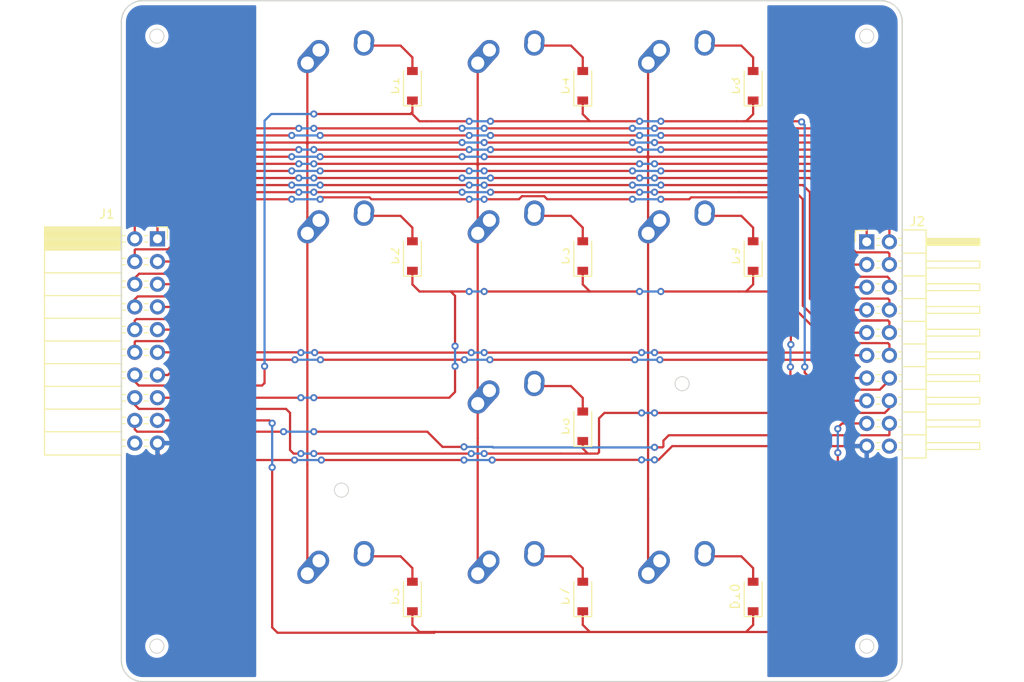
<source format=kicad_pcb>
(kicad_pcb (version 20211014) (generator pcbnew)
  (layers (0 "F.Cu" signal) (31 "B.Cu" signal) (34 "B.Paste" user) (35 "F.Paste" user) (36 "B.SilkS" user "B.Silkscreen") (37 "F.SilkS" user "F.Silkscreen") (38 "B.Mask" user) (39 "F.Mask" user) (44 "Edge.Cuts" user))
  (net 0 "")
  (net 1 "ROW5")
  (net 2 "Net-(D1-Pad2)")
  (net 3 "ROW6")
  (net 4 "Net-(D2-Pad2)")
  (net 5 "ROW7")
  (net 6 "Net-(D3-Pad2)")
  (net 7 "Net-(D4-Pad2)")
  (net 8 "Net-(D5-Pad2)")
  (net 9 "Net-(D6-Pad2)")
  (net 10 "ROW8")
  (net 11 "Net-(D7-Pad2)")
  (net 12 "Net-(D8-Pad2)")
  (net 13 "Net-(D9-Pad2)")
  (net 14 "Net-(D10-Pad2)")
  (net 15 "+5V")
  (net 16 "VCC")
  (net 17 "COL0")
  (net 18 "COL1")
  (net 19 "COL2")
  (net 20 "COL3")
  (net 21 "COL4")
  (net 22 "COL5")
  (net 23 "COL6")
  (net 24 "COL7")
  (net 25 "COL8")
  (net 26 "COL9")
  (net 27 "COL10")
  (net 28 "ROW9")
  (net 29 "GND")
  (footprint "Diode_SMD:D_SOD-123" (layer "F.Cu") (at 161.13125 89.69375 90)
    (fp_text reference "D2")
    (fp_text value "D_Small")
  )
  (footprint "Diode_SMD:D_SOD-123" (layer "F.Cu") (at 161.13125 70.64375 90)
    (fp_text reference "D1")
    (fp_text value "D_Small")
  )
  (footprint "Diode_SMD:D_SOD-123" (layer "F.Cu") (at 161.13125 127.79375 90)
    (fp_text reference "D3")
    (fp_text value "D_Small")
  )
  (footprint "MX_Alps_Hybrid:MX-1U-NoLED" (layer "F.Cu") (at 191.29375 127.79375)
    (fp_text reference "MX_Right1")
    (fp_text value "MX-NoLED")
  )
  (footprint "Diode_SMD:D_SOD-123" (layer "F.Cu") (at 180.18125 70.64375 90)
    (fp_text reference "D4")
    (fp_text value "D_Small")
  )
  (footprint "MX_Alps_Hybrid:MX-1U-NoLED" (layer "F.Cu") (at 153.19375 70.64375)
    (fp_text reference "MX_Insr1")
    (fp_text value "MX-NoLED")
  )
  (footprint "MX_Alps_Hybrid:MX-1U-NoLED" (layer "F.Cu") (at 191.29375 70.64375)
    (fp_text reference "MX_Pg_Up1")
    (fp_text value "MX-NoLED")
  )
  (footprint "Diode_SMD:D_SOD-123" (layer "F.Cu") (at 199.23125 127.79375 90)
    (fp_text reference "D10")
    (fp_text value "D_Small")
  )
  (footprint "Diode_SMD:D_SOD-123" (layer "F.Cu") (at 180.18125 89.69375 90)
    (fp_text reference "D5")
    (fp_text value "D_Small")
  )
  (footprint "Connector_PinHeader_2.54mm:PinHeader_2x10_P2.54mm_Horizontal" (layer "F.Cu") (at 211.93125 88.10625)
    (fp_text reference "J2")
    (fp_text value "Conn_02x10_Counter_Clockwise")
  )
  (footprint "MX_Alps_Hybrid:MX-1U-NoLED" (layer "F.Cu") (at 172.24375 70.64375)
    (fp_text reference "MX_Home1")
    (fp_text value "MX-NoLED")
  )
  (footprint "Connector_PinSocket_2.54mm:PinSocket_2x10_P2.54mm_Horizontal" (layer "F.Cu") (at 132.625 87.76875)
    (fp_text reference "J1")
    (fp_text value "Conn_02x10_Counter_Clockwise")
  )
  (footprint "MX_Alps_Hybrid:MX-1U-NoLED" (layer "F.Cu") (at 153.19375 127.79375)
    (fp_text reference "MX_Left1")
    (fp_text value "MX-NoLED")
  )
  (footprint "MX_Alps_Hybrid:MX-1U-NoLED" (layer "F.Cu") (at 153.19375 89.69375)
    (fp_text reference "MX_Dlt1")
    (fp_text value "MX-NoLED")
  )
  (footprint "Diode_SMD:D_SOD-123" (layer "F.Cu") (at 180.18125 108.74375 90)
    (fp_text reference "D6")
    (fp_text value "D_Small")
  )
  (footprint "MX_Alps_Hybrid:MX-1U-NoLED" (layer "F.Cu") (at 172.24375 89.69375)
    (fp_text reference "MX_End1")
    (fp_text value "MX-NoLED")
  )
  (footprint "MX_Alps_Hybrid:MX-1U-NoLED" (layer "F.Cu") (at 191.29375 89.69375)
    (fp_text reference "MX_Pg_Dwn1")
    (fp_text value "MX-NoLED")
  )
  (footprint "MX_Alps_Hybrid:MX-1U-NoLED" (layer "F.Cu") (at 172.24375 108.74375)
    (fp_text reference "MX_Up1")
    (fp_text value "MX-NoLED")
  )
  (footprint "Diode_SMD:D_SOD-123" (layer "F.Cu") (at 180.18125 127.79375 90)
    (fp_text reference "D7")
    (fp_text value "D_Small")
  )
  (footprint "Diode_SMD:D_SOD-123" (layer "F.Cu") (at 199.23125 89.69375 90)
    (fp_text reference "D9")
    (fp_text value "D_Small")
  )
  (footprint "Diode_SMD:D_SOD-123" (layer "F.Cu") (at 199.23125 70.64375 90)
    (fp_text reference "D8")
    (fp_text value "D_Small")
  )
  (footprint "MX_Alps_Hybrid:MX-1U-NoLED" (layer "F.Cu") (at 172.24375 127.79375)
    (fp_text reference "MX_Down1")
    (fp_text value "MX-NoLED")
  )
  (gr_arc (start 215.9 134.9375) (mid 215.202548 136.621298) (end 213.51875 137.31875) (layer "Edge.Cuts") (width 0.15))
  (gr_arc (start 128.5875 63.5) (mid 129.284952 61.816202) (end 130.96875 61.11875) (layer "Edge.Cuts") (width 0.15))
  (gr_line (start 215.9 63.5) (end 215.9 134.9375) (layer "Edge.Cuts") (width 0.15))
  (gr_circle (center 132.55625 133.35) (end 132.55625 132.55625) (layer "Edge.Cuts") (width 0.1) (fill none))
  (gr_circle (center 191.29375 103.98125) (end 191.29375 103.1875) (layer "Edge.Cuts") (width 0.1) (fill none))
  (gr_circle (center 211.93125 133.35) (end 212.725 133.35) (layer "Edge.Cuts") (width 0.1) (fill none))
  (gr_line (start 128.5875 63.5) (end 128.5875 134.9375) (layer "Edge.Cuts") (width 0.15))
  (gr_line (start 213.51875 61.11875) (end 130.96875 61.11875) (layer "Edge.Cuts") (width 0.15))
  (gr_arc (start 130.96875 137.31875) (mid 129.284952 136.621298) (end 128.5875 134.9375) (layer "Edge.Cuts") (width 0.15))
  (gr_circle (center 153.19375 115.8875) (end 153.19375 115.09375) (layer "Edge.Cuts") (width 0.1) (fill none))
  (gr_circle (center 132.55625 65.0875) (end 132.55625 64.29375) (layer "Edge.Cuts") (width 0.1) (fill none))
  (gr_line (start 130.96875 137.31875) (end 213.51875 137.31875) (layer "Edge.Cuts") (width 0.15))
  (gr_circle (center 211.93125 65.0875) (end 211.93125 64.29375) (layer "Edge.Cuts") (width 0.1) (fill none))
  (gr_arc (start 213.51875 61.11875) (mid 215.202548 61.816202) (end 215.9 63.5) (layer "Edge.Cuts") (width 0.15))
  (segment (start 180.18125 73.81875) (end 180.18125 72.29375) (width 0.25) (layer "F.Cu") (net 1))
  (segment (start 204.65 74.68175) (end 204.58075 74.6125) (width 0.25) (layer "F.Cu") (net 1))
  (segment (start 144.31625 104.18375) (end 144.55 103.95) (width 0.25) (layer "F.Cu") (net 1))
  (segment (start 150.10825 73.8) (end 160.9 73.8) (width 0.25) (layer "F.Cu") (net 1))
  (segment (start 130.085 103.735) (end 130.45 104.1) (width 0.25) (layer "F.Cu") (net 1))
  (segment (start 197.4215 74.6125) (end 188.9125 74.6125) (width 0.25) (layer "F.Cu") (net 1))
  (segment (start 180.975 74.6125) (end 169.8625 74.6125) (width 0.25) (layer "F.Cu") (net 1))
  (segment (start 198.2125 74.6125) (end 197.4215 74.6125) (width 0.25) (layer "F.Cu") (net 1))
  (segment (start 205 102.25) (end 205 102.1) (width 0.25) (layer "F.Cu") (net 1))
  (segment (start 204.58075 74.6125) (end 198.2125 74.6125) (width 0.25) (layer "F.Cu") (net 1))
  (segment (start 205 102.75) (end 205 102.25) (width 0.25) (layer "F.Cu") (net 1))
  (segment (start 160.9 73.8) (end 161.13125 73.56875) (width 0.25) (layer "F.Cu") (net 1))
  (segment (start 130.45 104.1) (end 130.53375 104.18375) (width 0.25) (layer "F.Cu") (net 1))
  (segment (start 180.975 74.6125) (end 180.18125 73.81875) (width 0.25) (layer "F.Cu") (net 1))
  (segment (start 186.53125 74.6125) (end 180.975 74.6125) (width 0.25) (layer "F.Cu") (net 1))
  (segment (start 213.75 104.3) (end 213.4 104.65) (width 0.25) (layer "F.Cu") (net 1))
  (segment (start 206.9 104.65) (end 206.8 104.55) (width 0.25) (layer "F.Cu") (net 1))
  (segment (start 130.53375 104.18375) (end 144.31625 104.18375) (width 0.25) (layer "F.Cu") (net 1))
  (segment (start 161.925 74.6125) (end 161.13125 73.81875) (width 0.25) (layer "F.Cu") (net 1))
  (segment (start 162.71875 74.6125) (end 161.925 74.6125) (width 0.25) (layer "F.Cu") (net 1))
  (segment (start 198.4375 74.6125) (end 198.2125 74.6125) (width 0.25) (layer "F.Cu") (net 1))
  (segment (start 206.8 104.55) (end 205 102.75) (width 0.25) (layer "F.Cu") (net 1))
  (segment (start 130.085 103.00875) (end 130.085 103.735) (width 0.25) (layer "F.Cu") (net 1))
  (segment (start 214.47125 103.57875) (end 213.75 104.3) (width 0.25) (layer "F.Cu") (net 1))
  (segment (start 161.13125 73.81875) (end 161.13125 73.56875) (width 0.25) (layer "F.Cu") (net 1))
  (segment (start 211.15 104.65) (end 206.9 104.65) (width 0.25) (layer "F.Cu") (net 1))
  (segment (start 167.48125 74.6125) (end 162.71875 74.6125) (width 0.25) (layer "F.Cu") (net 1))
  (segment (start 213.4 104.65) (end 211.15 104.65) (width 0.25) (layer "F.Cu") (net 1))
  (segment (start 144.6 103.9) (end 144.6 102.0245) (width 0.25) (layer "F.Cu") (net 1))
  (segment (start 214.47125 103.34625) (end 214.47125 103.57875) (width 0.25) (layer "F.Cu") (net 1))
  (segment (start 199.23125 73.81875) (end 198.4375 74.6125) (width 0.25) (layer "F.Cu") (net 1))
  (segment (start 161.13125 73.56875) (end 161.13125 72.29375) (width 0.25) (layer "F.Cu") (net 1))
  (segment (start 144.55 103.95) (end 144.6 103.9) (width 0.25) (layer "F.Cu") (net 1))
  (segment (start 199.23125 72.29375) (end 199.23125 73.81875) (width 0.25) (layer "F.Cu") (net 1))
  (via (at 186.53125 74.6125) (size 0.8) (drill 0.4) (layers "F.Cu" "B.Cu") (net 1))
  (via (at 204.65 74.68175) (size 0.8) (drill 0.4) (layers "F.Cu" "B.Cu") (net 1))
  (via (at 205 102.1) (size 0.8) (drill 0.4) (layers "F.Cu" "B.Cu") (net 1))
  (via (at 167.48125 74.6125) (size 0.8) (drill 0.4) (layers "F.Cu" "B.Cu") (net 1))
  (via (at 169.8625 74.6125) (size 0.8) (drill 0.4) (layers "F.Cu" "B.Cu") (net 1))
  (via (at 144.6 102.0245) (size 0.8) (drill 0.4) (layers "F.Cu" "B.Cu") (net 1))
  (via (at 188.9125 74.6125) (size 0.8) (drill 0.4) (layers "F.Cu" "B.Cu") (net 1))
  (via (at 150.10825 73.8) (size 0.8) (drill 0.4) (layers "F.Cu" "B.Cu") (net 1))
  (segment (start 144.6 74.55) (end 145.35 73.8) (width 0.25) (layer "B.Cu") (net 1))
  (segment (start 205 75.03175) (end 204.65 74.68175) (width 0.25) (layer "B.Cu") (net 1))
  (segment (start 144.6 102.0245) (end 144.6 74.55) (width 0.25) (layer "B.Cu") (net 1))
  (segment (start 205 102.1) (end 205 75.03175) (width 0.25) (layer "B.Cu") (net 1))
  (segment (start 188.9125 74.6125) (end 186.53125 74.6125) (width 0.25) (layer "B.Cu") (net 1))
  (segment (start 145.35 73.8) (end 150.10825 73.8) (width 0.25) (layer "B.Cu") (net 1))
  (segment (start 169.8625 74.6125) (end 167.48125 74.6125) (width 0.25) (layer "B.Cu") (net 1))
  (segment (start 159.80625 66.14375) (end 155.69375 66.14375) (width 0.25) (layer "F.Cu") (net 2))
  (segment (start 161.13125 67.46875) (end 159.80625 66.14375) (width 0.25) (layer "F.Cu") (net 2))
  (segment (start 161.13125 68.99375) (end 161.13125 67.46875) (width 0.25) (layer "F.Cu") (net 2))
  (segment (start 161.13125 92.86875) (end 161.13125 91.34375) (width 0.25) (layer "F.Cu") (net 3))
  (segment (start 132.625 105.54875) (end 148.658 105.54875) (width 0.25) (layer "F.Cu") (net 3))
  (segment (start 165.4125 93.6625) (end 162.3695 93.6625) (width 0.25) (layer "F.Cu") (net 3))
  (segment (start 199.23125 91.34375) (end 199.23125 92.86875) (width 0.25) (layer "F.Cu") (net 3))
  (segment (start 203.45 94.15) (end 202.9625 93.6625) (width 0.25) (layer "F.Cu") (net 3))
  (segment (start 167.48125 93.6625) (end 165.4125 93.6625) (width 0.25) (layer "F.Cu") (net 3))
  (segment (start 161.925 93.6625) (end 161.13125 92.86875) (width 0.25) (layer "F.Cu") (net 3))
  (segment (start 165.9 94.15) (end 165.4125 93.6625) (width 0.25) (layer "F.Cu") (net 3))
  (segment (start 165.9 99.7755) (end 165.9 94.15) (width 0.25) (layer "F.Cu") (net 3))
  (segment (start 180.975 93.6625) (end 169.15825 93.6625) (width 0.25) (layer "F.Cu") (net 3))
  (segment (start 197.64375 93.6625) (end 188.9125 93.6625) (width 0.25) (layer "F.Cu") (net 3))
  (segment (start 203.45 99.6) (end 203.45 94.15) (width 0.25) (layer "F.Cu") (net 3))
  (segment (start 165.9 104.9) (end 165.9 102.0245) (width 0.25) (layer "F.Cu") (net 3))
  (segment (start 165.25 105.55) (end 165.7 105.1) (width 0.25) (layer "F.Cu") (net 3))
  (segment (start 150.10825 105.55) (end 165.25 105.55) (width 0.25) (layer "F.Cu") (net 3))
  (segment (start 198.4375 93.6625) (end 197.64375 93.6625) (width 0.25) (layer "F.Cu") (net 3))
  (segment (start 165.7 105.1) (end 165.9 104.9) (width 0.25) (layer "F.Cu") (net 3))
  (segment (start 199.23125 92.86875) (end 198.4375 93.6625) (width 0.25) (layer "F.Cu") (net 3))
  (segment (start 148.658 105.54875) (end 148.65925 105.55) (width 0.25) (layer "F.Cu") (net 3))
  (segment (start 186.53125 93.6625) (end 180.975 93.6625) (width 0.25) (layer "F.Cu") (net 3))
  (segment (start 180.18125 92.86875) (end 180.18125 91.34375) (width 0.25) (layer "F.Cu") (net 3))
  (segment (start 205.45 105.3) (end 203.4 103.25) (width 0.25) (layer "F.Cu") (net 3))
  (segment (start 203.4 103.25) (end 203.4 102.1) (width 0.25) (layer "F.Cu") (net 3))
  (segment (start 198.4375 93.6625) (end 202.9625 93.6625) (width 0.25) (layer "F.Cu") (net 3))
  (segment (start 206.03625 105.88625) (end 205.45 105.3) (width 0.25) (layer "F.Cu") (net 3))
  (segment (start 211.93125 105.88625) (end 206.03625 105.88625) (width 0.25) (layer "F.Cu") (net 3))
  (segment (start 180.975 93.6625) (end 180.18125 92.86875) (width 0.25) (layer "F.Cu") (net 3))
  (segment (start 162.3695 93.6625) (end 161.925 93.6625) (width 0.25) (layer "F.Cu") (net 3))
  (via (at 167.48125 93.6625) (size 0.8) (drill 0.4) (layers "F.Cu" "B.Cu") (net 3))
  (via (at 169.15825 93.6625) (size 0.8) (drill 0.4) (layers "F.Cu" "B.Cu") (net 3))
  (via (at 203.45 99.6) (size 0.8) (drill 0.4) (layers "F.Cu" "B.Cu") (net 3))
  (via (at 150.10825 105.55) (size 0.8) (drill 0.4) (layers "F.Cu" "B.Cu") (net 3))
  (via (at 148.65925 105.55) (size 0.8) (drill 0.4) (layers "F.Cu" "B.Cu") (net 3))
  (via (at 165.9 102.0245) (size 0.8) (drill 0.4) (layers "F.Cu" "B.Cu") (net 3))
  (via (at 203.4 102.1) (size 0.8) (drill 0.4) (layers "F.Cu" "B.Cu") (net 3))
  (via (at 188.9125 93.6625) (size 0.8) (drill 0.4) (layers "F.Cu" "B.Cu") (net 3))
  (via (at 186.53125 93.6625) (size 0.8) (drill 0.4) (layers "F.Cu" "B.Cu") (net 3))
  (via (at 165.9 99.7755) (size 0.8) (drill 0.4) (layers "F.Cu" "B.Cu") (net 3))
  (segment (start 169.15825 93.6625) (end 167.48125 93.6625) (width 0.25) (layer "B.Cu") (net 3))
  (segment (start 203.4 102.1) (end 203.4 99.65) (width 0.25) (layer "B.Cu") (net 3))
  (segment (start 148.65925 105.55) (end 150.10825 105.55) (width 0.25) (layer "B.Cu") (net 3))
  (segment (start 203.4 99.65) (end 203.45 99.6) (width 0.25) (layer "B.Cu") (net 3))
  (segment (start 165.9 102.0245) (end 165.9 99.7755) (width 0.25) (layer "B.Cu") (net 3))
  (segment (start 188.9125 93.6625) (end 186.53125 93.6625) (width 0.25) (layer "B.Cu") (net 3))
  (segment (start 161.13125 88.04375) (end 161.13125 86.51875) (width 0.25) (layer "F.Cu") (net 4))
  (segment (start 161.13125 86.51875) (end 159.80625 85.19375) (width 0.25) (layer "F.Cu") (net 4))
  (segment (start 159.80625 85.19375) (end 155.69375 85.19375) (width 0.25) (layer "F.Cu") (net 4))
  (segment (start 182.45 107.4) (end 182 107.85) (width 0.25) (layer "F.Cu") (net 5))
  (segment (start 167.70925 111.8) (end 150.10825 111.8) (width 0.25) (layer "F.Cu") (net 5))
  (segment (start 181.85 111.8) (end 180.75 111.8) (width 0.25) (layer "F.Cu") (net 5))
  (segment (start 147.45 111.4) (end 147.45 107.25) (width 0.25) (layer "F.Cu") (net 5))
  (segment (start 130.085 105.54875) (end 130.085 106.335) (width 0.25) (layer "F.Cu") (net 5))
  (segment (start 177.7 111.8) (end 169.15825 111.8) (width 0.25) (layer "F.Cu") (net 5))
  (segment (start 182 110.75) (end 182 111.65) (width 0.25) (layer "F.Cu") (net 5))
  (segment (start 182.6 107.25) (end 182.45 107.4) (width 0.25) (layer "F.Cu") (net 5))
  (segment (start 180.4 111.8) (end 177.7 111.8) (width 0.25) (layer "F.Cu") (net 5))
  (segment (start 130.085 106.335) (end 130.55 106.8) (width 0.25) (layer "F.Cu") (net 5))
  (segment (start 180.18125 111.23125) (end 180.75 111.8) (width 0.25) (layer "F.Cu") (net 5))
  (segment (start 213.95 107.25) (end 188.20825 107.25) (width 0.25) (layer "F.Cu") (net 5))
  (segment (start 214.47125 105.88625) (end 214.47125 106.72875) (width 0.25) (layer "F.Cu") (net 5))
  (segment (start 147 106.8) (end 147.45 107.25) (width 0.25) (layer "F.Cu") (net 5))
  (segment (start 214.47125 106.72875) (end 214.2 107) (width 0.25) (layer "F.Cu") (net 5))
  (segment (start 214.2 107) (end 213.95 107.25) (width 0.25) (layer "F.Cu") (net 5))
  (segment (start 182 111.65) (end 181.85 111.8) (width 0.25) (layer "F.Cu") (net 5))
  (segment (start 182 107.85) (end 182 110.75) (width 0.25) (layer "F.Cu") (net 5))
  (segment (start 180.75 111.8) (end 180.4 111.8) (width 0.25) (layer "F.Cu") (net 5))
  (segment (start 147.85 111.8) (end 147.45 111.4) (width 0.25) (layer "F.Cu") (net 5))
  (segment (start 180.18125 110.39375) (end 180.18125 111.23125) (width 0.25) (layer "F.Cu") (net 5))
  (segment (start 148.65925 111.8) (end 147.85 111.8) (width 0.25) (layer "F.Cu") (net 5))
  (segment (start 130.55 106.8) (end 147 106.8) (width 0.25) (layer "F.Cu") (net 5))
  (segment (start 186.75925 107.25) (end 182.6 107.25) (width 0.25) (layer "F.Cu") (net 5))
  (via (at 169.15825 111.8) (size 0.8) (drill 0.4) (layers "F.Cu" "B.Cu") (net 5))
  (via (at 150.10825 111.8) (size 0.8) (drill 0.4) (layers "F.Cu" "B.Cu") (net 5))
  (via (at 186.75925 107.25) (size 0.8) (drill 0.4) (layers "F.Cu" "B.Cu") (net 5))
  (via (at 188.20825 107.25) (size 0.8) (drill 0.4) (layers "F.Cu" "B.Cu") (net 5))
  (via (at 148.65925 111.8) (size 0.8) (drill 0.4) (layers "F.Cu" "B.Cu") (net 5))
  (via (at 167.70925 111.8) (size 0.8) (drill 0.4) (layers "F.Cu" "B.Cu") (net 5))
  (segment (start 188.20825 107.25) (end 186.75925 107.25) (width 0.25) (layer "B.Cu") (net 5))
  (segment (start 169.15825 111.8) (end 167.70925 111.8) (width 0.25) (layer "B.Cu") (net 5))
  (segment (start 150.10825 111.8) (end 148.65925 111.8) (width 0.25) (layer "B.Cu") (net 5))
  (segment (start 159.80625 123.29375) (end 155.69375 123.29375) (width 0.25) (layer "F.Cu") (net 6))
  (segment (start 161.13125 126.14375) (end 161.13125 124.61875) (width 0.25) (layer "F.Cu") (net 6))
  (segment (start 161.13125 124.61875) (end 159.80625 123.29375) (width 0.25) (layer "F.Cu") (net 6))
  (segment (start 178.85625 66.14375) (end 174.74375 66.14375) (width 0.25) (layer "F.Cu") (net 7))
  (segment (start 180.18125 68.99375) (end 180.18125 67.46875) (width 0.25) (layer "F.Cu") (net 7))
  (segment (start 180.18125 67.46875) (end 178.85625 66.14375) (width 0.25) (layer "F.Cu") (net 7))
  (segment (start 180.18125 86.51875) (end 178.85625 85.19375) (width 0.25) (layer "F.Cu") (net 8))
  (segment (start 178.85625 85.19375) (end 174.74375 85.19375) (width 0.25) (layer "F.Cu") (net 8))
  (segment (start 180.18125 88.04375) (end 180.18125 86.51875) (width 0.25) (layer "F.Cu") (net 8))
  (segment (start 180.18125 107.09375) (end 180.18125 105.56875) (width 0.25) (layer "F.Cu") (net 9))
  (segment (start 180.18125 105.56875) (end 178.85625 104.24375) (width 0.25) (layer "F.Cu") (net 9))
  (segment (start 178.85625 104.24375) (end 174.74375 104.24375) (width 0.25) (layer "F.Cu") (net 9))
  (segment (start 211.93125 108.42625) (end 209.17375 108.42625) (width 0.25) (layer "F.Cu") (net 10))
  (segment (start 209 108.6) (end 208.7 108.9) (width 0.25) (layer "F.Cu") (net 10))
  (segment (start 208.7 111.7) (end 208.7 130.7) (width 0.25) (layer "F.Cu") (net 10))
  (segment (start 161.13125 130.96875) (end 161.13125 129.44375) (width 0.25) (layer "F.Cu") (net 10))
  (segment (start 145.13875 108.08875) (end 145.45 108.4) (width 0.25) (layer "F.Cu") (net 10))
  (segment (start 163.575 131.85) (end 163.6625 131.7625) (width 0.25) (layer "F.Cu") (net 10))
  (segment (start 199.23125 130.96875) (end 199.23125 129.44375) (width 0.25) (layer "F.Cu") (net 10))
  (segment (start 198.4375 131.7625) (end 199.23125 130.96875) (width 0.25) (layer "F.Cu") (net 10))
  (segment (start 145.45 113.35) (end 145.45 131.25) (width 0.25) (layer "F.Cu") (net 10))
  (segment (start 163.6625 131.7625) (end 163.5125 131.7625) (width 0.25) (layer "F.Cu") (net 10))
  (segment (start 208.7 108.9) (end 208.7 109.0255) (width 0.25) (layer "F.Cu") (net 10))
  (segment (start 180.18125 130.96875) (end 180.18125 129.44375) (width 0.25) (layer "F.Cu") (net 10))
  (segment (start 207.6375 131.7625) (end 198.4375 131.7625) (width 0.25) (layer "F.Cu") (net 10))
  (segment (start 146.05 131.85) (end 163.575 131.85) (width 0.25) (layer "F.Cu") (net 10))
  (segment (start 209.17375 108.42625) (end 209 108.6) (width 0.25) (layer "F.Cu") (net 10))
  (segment (start 180.975 131.7625) (end 180.18125 130.96875) (width 0.25) (layer "F.Cu") (net 10))
  (segment (start 208.7 130.7) (end 207.6375 131.7625) (width 0.25) (layer "F.Cu") (net 10))
  (segment (start 161.925 131.7625) (end 161.13125 130.96875) (width 0.25) (layer "F.Cu") (net 10))
  (segment (start 180.975 131.7625) (end 198.4375 131.7625) (width 0.25) (layer "F.Cu") (net 10))
  (segment (start 180.975 131.7625) (end 163.6625 131.7625) (width 0.25) (layer "F.Cu") (net 10))
  (segment (start 163.5125 131.7625) (end 161.925 131.7625) (width 0.25) (layer "F.Cu") (net 10))
  (segment (start 145.45 131.25) (end 146.05 131.85) (width 0.25) (layer "F.Cu") (net 10))
  (segment (start 132.625 108.08875) (end 145.13875 108.08875) (width 0.25) (layer "F.Cu") (net 10))
  (via (at 145.45 113.35) (size 0.8) (drill 0.4) (layers "F.Cu" "B.Cu") (net 10))
  (via (at 145.45 108.4) (size 0.8) (drill 0.4) (layers "F.Cu" "B.Cu") (net 10))
  (via (at 208.7 111.7) (size 0.8) (drill 0.4) (layers "F.Cu" "B.Cu") (net 10))
  (via (at 208.7 109.0255) (size 0.8) (drill 0.4) (layers "F.Cu" "B.Cu") (net 10))
  (segment (start 145.45 108.4) (end 145.45 113.35) (width 0.25) (layer "B.Cu") (net 10))
  (segment (start 208.7 109.0255) (end 208.7 111.7) (width 0.25) (layer "B.Cu") (net 10))
  (segment (start 180.18125 126.14375) (end 180.18125 124.61875) (width 0.25) (layer "F.Cu") (net 11))
  (segment (start 178.85625 123.29375) (end 174.74375 123.29375) (width 0.25) (layer "F.Cu") (net 11))
  (segment (start 180.18125 124.61875) (end 178.85625 123.29375) (width 0.25) (layer "F.Cu") (net 11))
  (segment (start 199.23125 68.99375) (end 199.23125 67.46875) (width 0.25) (layer "F.Cu") (net 12))
  (segment (start 197.90625 66.14375) (end 193.79375 66.14375) (width 0.25) (layer "F.Cu") (net 12))
  (segment (start 199.23125 67.46875) (end 197.90625 66.14375) (width 0.25) (layer "F.Cu") (net 12))
  (segment (start 199.23125 88.04375) (end 199.23125 86.51875) (width 0.25) (layer "F.Cu") (net 13))
  (segment (start 199.23125 86.51875) (end 197.90625 85.19375) (width 0.25) (layer "F.Cu") (net 13))
  (segment (start 197.90625 85.19375) (end 193.79375 85.19375) (width 0.25) (layer "F.Cu") (net 13))
  (segment (start 199.23125 126.175) (end 199.23125 124.65) (width 0.25) (layer "F.Cu") (net 14))
  (segment (start 199.23125 124.61875) (end 197.90625 123.29375) (width 0.25) (layer "F.Cu") (net 14))
  (segment (start 197.90625 123.29375) (end 193.79375 123.29375) (width 0.25) (layer "F.Cu") (net 14))
  (segment (start 132.625 87.76875) (end 132.625 76.925) (width 0.25) (layer "F.Cu") (net 15))
  (segment (start 186.53125 76.2) (end 169.8625 76.2) (width 0.25) (layer "F.Cu") (net 15))
  (segment (start 132.625 76.925) (end 133.35 76.2) (width 0.25) (layer "F.Cu") (net 15))
  (segment (start 211.93125 88.10625) (end 211.93125 76.99375) (width 0.25) (layer "F.Cu") (net 15))
  (segment (start 147.6375 76.2) (end 133.35 76.2) (width 0.25) (layer "F.Cu") (net 15))
  (segment (start 211.1375 76.2) (end 188.9125 76.2) (width 0.25) (layer "F.Cu") (net 15))
  (segment (start 167.48125 76.2) (end 150.8125 76.2) (width 0.25) (layer "F.Cu") (net 15))
  (segment (start 211.93125 76.99375) (end 211.1375 76.2) (width 0.25) (layer "F.Cu") (net 15))
  (via (at 186.53125 76.2) (size 0.8) (drill 0.4) (layers "F.Cu" "B.Cu") (net 15))
  (via (at 167.48125 76.2) (size 0.8) (drill 0.4) (layers "F.Cu" "B.Cu") (net 15))
  (via (at 169.8625 76.2) (size 0.8) (drill 0.4) (layers "F.Cu" "B.Cu") (net 15))
  (via (at 147.6375 76.2) (size 0.8) (drill 0.4) (layers "F.Cu" "B.Cu") (net 15))
  (via (at 188.9125 76.2) (size 0.8) (drill 0.4) (layers "F.Cu" "B.Cu") (net 15))
  (via (at 150.8125 76.2) (size 0.8) (drill 0.4) (layers "F.Cu" "B.Cu") (net 15))
  (segment (start 188.9125 76.2) (end 186.53125 76.2) (width 0.25) (layer "B.Cu") (net 15))
  (segment (start 150.8125 76.2) (end 147.6375 76.2) (width 0.25) (layer "B.Cu") (net 15))
  (segment (start 169.8625 76.2) (end 167.48125 76.2) (width 0.25) (layer "B.Cu") (net 15))
  (segment (start 214.3125 75.40625) (end 214.47125 75.565) (width 0.25) (layer "F.Cu") (net 16))
  (segment (start 150.10825 75.40625) (end 166.6875 75.40625) (width 0.25) (layer "F.Cu") (net 16))
  (segment (start 169.15825 75.40625) (end 185.7375 75.40625) (width 0.25) (layer "F.Cu") (net 16))
  (segment (start 188.20825 75.40625) (end 214.3125 75.40625) (width 0.25) (layer "F.Cu") (net 16))
  (segment (start 130.96875 76.99375) (end 132.55625 75.40625) (width 0.25) (layer "F.Cu") (net 16))
  (segment (start 132.55625 75.40625) (end 148.43125 75.40625) (width 0.25) (layer "F.Cu") (net 16))
  (segment (start 130.085 77.8775) (end 130.96875 76.99375) (width 0.25) (layer "F.Cu") (net 16))
  (segment (start 214.47125 75.565) (end 214.47125 88.10625) (width 0.25) (layer "F.Cu") (net 16))
  (segment (start 130.085 87.76875) (end 130.085 77.8775) (width 0.25) (layer "F.Cu") (net 16))
  (via (at 166.6875 75.40625) (size 0.8) (drill 0.4) (layers "F.Cu" "B.Cu") (net 16))
  (via (at 148.43125 75.40625) (size 0.8) (drill 0.4) (layers "F.Cu" "B.Cu") (net 16))
  (via (at 169.15825 75.40625) (size 0.8) (drill 0.4) (layers "F.Cu" "B.Cu") (net 16))
  (via (at 150.10825 75.40625) (size 0.8) (drill 0.4) (layers "F.Cu" "B.Cu") (net 16))
  (via (at 188.20825 75.40625) (size 0.8) (drill 0.4) (layers "F.Cu" "B.Cu") (net 16))
  (via (at 185.7375 75.40625) (size 0.8) (drill 0.4) (layers "F.Cu" "B.Cu") (net 16))
  (segment (start 185.7375 75.40625) (end 188.20825 75.40625) (width 0.25) (layer "B.Cu") (net 16))
  (segment (start 148.43125 75.40625) (end 150.10825 75.40625) (width 0.25) (layer "B.Cu") (net 16))
  (segment (start 166.6875 75.40625) (end 169.15825 75.40625) (width 0.25) (layer "B.Cu") (net 16))
  (segment (start 135.73125 77.7875) (end 148.43125 77.7875) (width 0.25) (layer "F.Cu") (net 17))
  (segment (start 208.75625 77.7875) (end 209.55 78.58125) (width 0.25) (layer "F.Cu") (net 17))
  (segment (start 210.5025 90.64625) (end 211.93125 90.64625) (width 0.25) (layer "F.Cu") (net 17))
  (segment (start 134.3225 90.30875) (end 134.9375 89.69375) (width 0.25) (layer "F.Cu") (net 17))
  (segment (start 150.10825 77.7875) (end 167.48125 77.7875) (width 0.25) (layer "F.Cu") (net 17))
  (segment (start 134.9375 89.69375) (end 134.9375 78.58125) (width 0.25) (layer "F.Cu") (net 17))
  (segment (start 209.55 89.69375) (end 210.5025 90.64625) (width 0.25) (layer "F.Cu") (net 17))
  (segment (start 132.625 90.30875) (end 134.3225 90.30875) (width 0.25) (layer "F.Cu") (net 17))
  (segment (start 169.8625 77.7875) (end 186.53125 77.7875) (width 0.25) (layer "F.Cu") (net 17))
  (segment (start 188.9125 77.7875) (end 208.75625 77.7875) (width 0.25) (layer "F.Cu") (net 17))
  (segment (start 134.9375 78.58125) (end 135.73125 77.7875) (width 0.25) (layer "F.Cu") (net 17))
  (segment (start 209.55 78.58125) (end 209.55 89.69375) (width 0.25) (layer "F.Cu") (net 17))
  (via (at 148.43125 77.7875) (size 0.8) (drill 0.4) (layers "F.Cu" "B.Cu") (net 17))
  (via (at 188.9125 77.7875) (size 0.8) (drill 0.4) (layers "F.Cu" "B.Cu") (net 17))
  (via (at 186.53125 77.7875) (size 0.8) (drill 0.4) (layers "F.Cu" "B.Cu") (net 17))
  (via (at 169.8625 77.7875) (size 0.8) (drill 0.4) (layers "F.Cu" "B.Cu") (net 17))
  (via (at 150.10825 77.7875) (size 0.8) (drill 0.4) (layers "F.Cu" "B.Cu") (net 17))
  (via (at 167.48125 77.7875) (size 0.8) (drill 0.4) (layers "F.Cu" "B.Cu") (net 17))
  (segment (start 148.43125 77.7875) (end 150.10825 77.7875) (width 0.25) (layer "B.Cu") (net 17))
  (segment (start 167.48125 77.7875) (end 169.8625 77.7875) (width 0.25) (layer "B.Cu") (net 17))
  (segment (start 186.53125 77.7875) (end 188.9125 77.7875) (width 0.25) (layer "B.Cu") (net 17))
  (segment (start 214.3125 89.28125) (end 211.1375 89.28125) (width 0.25) (layer "F.Cu") (net 18))
  (segment (start 130.085 89.03375) (end 130.085 90.30875) (width 0.25) (layer "F.Cu") (net 18))
  (segment (start 214.47125 89.44) (end 214.3125 89.28125) (width 0.25) (layer "F.Cu") (net 18))
  (segment (start 149.38375 125.25375) (end 149.38375 113.06175) (width 0.25) (layer "F.Cu") (net 18))
  (segment (start 210.725 89.28125) (end 210.34375 88.9) (width 0.25) (layer "F.Cu") (net 18))
  (segment (start 149.38375 113.06175) (end 149.38375 87.15375) (width 0.25) (layer "F.Cu") (net 18))
  (segment (start 149.225 76.99375) (end 134.9375 76.99375) (width 0.25) (layer "F.Cu") (net 18))
  (segment (start 130.175 88.94375) (end 130.085 89.03375) (width 0.25) (layer "F.Cu") (net 18))
  (segment (start 149.38375 77.1525) (end 149.38375 68.10375) (width 0.25) (layer "F.Cu") (net 18))
  (segment (start 133.8 88.94375) (end 130.175 88.94375) (width 0.25) (layer "F.Cu") (net 18))
  (segment (start 134.9375 76.99375) (end 134.14375 77.7875) (width 0.25) (layer "F.Cu") (net 18))
  (segment (start 149.38375 77.1525) (end 149.225 76.99375) (width 0.25) (layer "F.Cu") (net 18))
  (segment (start 149.5425 76.99375) (end 149.38375 77.1525) (width 0.25) (layer "F.Cu") (net 18))
  (segment (start 211.1375 89.28125) (end 210.725 89.28125) (width 0.25) (layer "F.Cu") (net 18))
  (segment (start 214.47125 90.64625) (end 214.47125 89.44) (width 0.25) (layer "F.Cu") (net 18))
  (segment (start 134.14375 77.7875) (end 134.14375 88.6) (width 0.25) (layer "F.Cu") (net 18))
  (segment (start 210.34375 88.9) (end 210.34375 77.7875) (width 0.25) (layer "F.Cu") (net 18))
  (segment (start 149.38375 87.15375) (end 149.38375 80.29575) (width 0.25) (layer "F.Cu") (net 18))
  (segment (start 134.14375 88.6) (end 133.8 88.94375) (width 0.25) (layer "F.Cu") (net 18))
  (segment (start 166.6875 76.99375) (end 149.5425 76.99375) (width 0.25) (layer "F.Cu") (net 18))
  (segment (start 209.55 76.99375) (end 188.20825 76.99375) (width 0.25) (layer "F.Cu") (net 18))
  (segment (start 149.38375 80.29575) (end 149.38375 77.1525) (width 0.25) (layer "F.Cu") (net 18))
  (segment (start 185.7375 76.99375) (end 169.15825 76.99375) (width 0.25) (layer "F.Cu") (net 18))
  (segment (start 210.34375 77.7875) (end 209.55 76.99375) (width 0.25) (layer "F.Cu") (net 18))
  (via (at 185.7375 76.99375) (size 0.8) (drill 0.4) (layers "F.Cu" "B.Cu") (net 18))
  (via (at 188.20825 76.99375) (size 0.8) (drill 0.4) (layers "F.Cu" "B.Cu") (net 18))
  (via (at 166.6875 76.99375) (size 0.8) (drill 0.4) (layers "F.Cu" "B.Cu") (net 18))
  (via (at 169.15825 76.99375) (size 0.8) (drill 0.4) (layers "F.Cu" "B.Cu") (net 18))
  (segment (start 169.15825 76.99375) (end 166.6875 76.99375) (width 0.25) (layer "B.Cu") (net 18))
  (segment (start 188.20825 76.99375) (end 185.7375 76.99375) (width 0.25) (layer "B.Cu") (net 18))
  (segment (start 207.9625 80.16875) (end 207.16875 79.375) (width 0.25) (layer "F.Cu") (net 19))
  (segment (start 150.10825 79.375) (end 168.275 79.375) (width 0.25) (layer "F.Cu") (net 19))
  (segment (start 168.43375 110.07725) (end 168.43375 110.52175) (width 0.25) (layer "F.Cu") (net 19))
  (segment (start 207.9625 92.075) (end 207.9625 80.16875) (width 0.25) (layer "F.Cu") (net 19))
  (segment (start 168.43375 82.58175) (end 168.43375 87.15375) (width 0.25) (layer "F.Cu") (net 19))
  (segment (start 168.43375 79.53375) (end 168.43375 82.58175) (width 0.25) (layer "F.Cu") (net 19))
  (segment (start 136.525 92.075) (end 136.525 80.16875) (width 0.25) (layer "F.Cu") (net 19))
  (segment (start 168.43375 106.20375) (end 168.43375 110.07725) (width 0.25) (layer "F.Cu") (net 19))
  (segment (start 132.625 92.84875) (end 135.75125 92.84875) (width 0.25) (layer "F.Cu") (net 19))
  (segment (start 135.75125 92.84875) (end 136.525 92.075) (width 0.25) (layer "F.Cu") (net 19))
  (segment (start 211.93125 93.18625) (end 209.07375 93.18625) (width 0.25) (layer "F.Cu") (net 19))
  (segment (start 207.16875 79.375) (end 188.20825 79.375) (width 0.25) (layer "F.Cu") (net 19))
  (segment (start 209.07375 93.18625) (end 207.9625 92.075) (width 0.25) (layer "F.Cu") (net 19))
  (segment (start 168.275 79.375) (end 168.43375 79.53375) (width 0.25) (layer "F.Cu") (net 19))
  (segment (start 168.5925 79.375) (end 168.43375 79.53375) (width 0.25) (layer "F.Cu") (net 19))
  (segment (start 168.43375 110.52175) (end 168.43375 125.25375) (width 0.25) (layer "F.Cu") (net 19))
  (segment (start 136.525 80.16875) (end 137.31875 79.375) (width 0.25) (layer "F.Cu") (net 19))
  (segment (start 168.43375 87.15375) (end 168.43375 106.20375) (width 0.25) (layer "F.Cu") (net 19))
  (segment (start 168.43375 68.10375) (end 168.43375 79.53375) (width 0.25) (layer "F.Cu") (net 19))
  (segment (start 186.53125 79.375) (end 168.5925 79.375) (width 0.25) (layer "F.Cu") (net 19))
  (segment (start 137.31875 79.375) (end 148.43125 79.375) (width 0.25) (layer "F.Cu") (net 19))
  (via (at 186.53125 79.375) (size 0.8) (drill 0.4) (layers "F.Cu" "B.Cu") (net 19))
  (via (at 148.43125 79.375) (size 0.8) (drill 0.4) (layers "F.Cu" "B.Cu") (net 19))
  (via (at 150.10825 79.375) (size 0.8) (drill 0.4) (layers "F.Cu" "B.Cu") (net 19))
  (via (at 188.20825 79.375) (size 0.8) (drill 0.4) (layers "F.Cu" "B.Cu") (net 19))
  (segment (start 188.20825 79.375) (end 186.53125 79.375) (width 0.25) (layer "B.Cu") (net 19))
  (segment (start 148.43125 79.375) (end 150.10825 79.375) (width 0.25) (layer "B.Cu") (net 19))
  (segment (start 130.085 92.165) (end 130.57625 91.67375) (width 0.25) (layer "F.Cu") (net 20))
  (segment (start 187.48375 68.10375) (end 187.48375 78.74) (width 0.25) (layer "F.Cu") (net 20))
  (segment (start 187.48375 83.47075) (end 187.48375 87.15375) (width 0.25) (layer "F.Cu") (net 20))
  (segment (start 134.545 91.67375) (end 135.73125 90.4875) (width 0.25) (layer "F.Cu") (net 20))
  (segment (start 166.6875 78.58125) (end 150.8125 78.58125) (width 0.25) (layer "F.Cu") (net 20))
  (segment (start 207.9625 78.58125) (end 187.6425 78.58125) (width 0.25) (layer "F.Cu") (net 20))
  (segment (start 136.525 78.58125) (end 147.6375 78.58125) (width 0.25) (layer "F.Cu") (net 20))
  (segment (start 187.325 78.58125) (end 169.15825 78.58125) (width 0.25) (layer "F.Cu") (net 20))
  (segment (start 214.24875 92.01125) (end 209.48625 92.01125) (width 0.25) (layer "F.Cu") (net 20))
  (segment (start 208.75625 79.375) (end 207.9625 78.58125) (width 0.25) (layer "F.Cu") (net 20))
  (segment (start 187.48375 87.15375) (end 187.48375 116.87175) (width 0.25) (layer "F.Cu") (net 20))
  (segment (start 135.73125 90.4875) (end 135.73125 79.375) (width 0.25) (layer "F.Cu") (net 20))
  (segment (start 187.48375 78.74) (end 187.48375 83.47075) (width 0.25) (layer "F.Cu") (net 20))
  (segment (start 187.48375 78.74) (end 187.325 78.58125) (width 0.25) (layer "F.Cu") (net 20))
  (segment (start 214.47125 92.23375) (end 214.24875 92.01125) (width 0.25) (layer "F.Cu") (net 20))
  (segment (start 187.48375 116.87175) (end 187.48375 125.25375) (width 0.25) (layer "F.Cu") (net 20))
  (segment (start 135.73125 79.375) (end 136.525 78.58125) (width 0.25) (layer "F.Cu") (net 20))
  (segment (start 214.47125 93.18625) (end 214.47125 92.23375) (width 0.25) (layer "F.Cu") (net 20))
  (segment (start 208.75625 91.28125) (end 208.75625 79.375) (width 0.25) (layer "F.Cu") (net 20))
  (segment (start 130.57625 91.67375) (end 134.545 91.67375) (width 0.25) (layer "F.Cu") (net 20))
  (segment (start 187.6425 78.58125) (end 187.48375 78.74) (width 0.25) (layer "F.Cu") (net 20))
  (segment (start 130.085 92.84875) (end 130.085 92.165) (width 0.25) (layer "F.Cu") (net 20))
  (segment (start 209.48625 92.01125) (end 208.75625 91.28125) (width 0.25) (layer "F.Cu") (net 20))
  (via (at 150.8125 78.58125) (size 0.8) (drill 0.4) (layers "F.Cu" "B.Cu") (net 20))
  (via (at 166.6875 78.58125) (size 0.8) (drill 0.4) (layers "F.Cu" "B.Cu") (net 20))
  (via (at 169.15825 78.58125) (size 0.8) (drill 0.4) (layers "F.Cu" "B.Cu") (net 20))
  (via (at 147.6375 78.58125) (size 0.8) (drill 0.4) (layers "F.Cu" "B.Cu") (net 20))
  (segment (start 169.15825 78.58125) (end 166.6875 78.58125) (width 0.25) (layer "B.Cu") (net 20))
  (segment (start 150.8125 78.58125) (end 147.6375 78.58125) (width 0.25) (layer "B.Cu") (net 20))
  (segment (start 205.58125 80.9625) (end 188.20825 80.9625) (width 0.25) (layer "F.Cu") (net 21))
  (segment (start 138.90625 80.9625) (end 138.1125 81.75625) (width 0.25) (layer "F.Cu") (net 21))
  (segment (start 211.93125 95.72625) (end 208.43875 95.72625) (width 0.25) (layer "F.Cu") (net 21))
  (segment (start 208.43875 95.72625) (end 206.375 93.6625) (width 0.25) (layer "F.Cu") (net 21))
  (segment (start 148.43125 80.9625) (end 138.90625 80.9625) (width 0.25) (layer "F.Cu") (net 21))
  (segment (start 206.375 93.6625) (end 206.375 81.75625) (width 0.25) (layer "F.Cu") (net 21))
  (segment (start 138.1125 93.6625) (end 136.38625 95.38875) (width 0.25) (layer "F.Cu") (net 21))
  (segment (start 186.53125 80.9625) (end 169.8625 80.9625) (width 0.25) (layer "F.Cu") (net 21))
  (segment (start 206.375 81.75625) (end 205.58125 80.9625) (width 0.25) (layer "F.Cu") (net 21))
  (segment (start 136.38625 95.38875) (end 132.625 95.38875) (width 0.25) (layer "F.Cu") (net 21))
  (segment (start 166.6875 80.9625) (end 150.10825 80.9625) (width 0.25) (layer "F.Cu") (net 21))
  (segment (start 138.1125 81.75625) (end 138.1125 93.6625) (width 0.25) (layer "F.Cu") (net 21))
  (via (at 166.6875 80.9625) (size 0.8) (drill 0.4) (layers "F.Cu" "B.Cu") (net 21))
  (via (at 186.53125 80.9625) (size 0.8) (drill 0.4) (layers "F.Cu" "B.Cu") (net 21))
  (via (at 148.43125 80.9625) (size 0.8) (drill 0.4) (layers "F.Cu" "B.Cu") (net 21))
  (via (at 188.20825 80.9625) (size 0.8) (drill 0.4) (layers "F.Cu" "B.Cu") (net 21))
  (via (at 150.10825 80.9625) (size 0.8) (drill 0.4) (layers "F.Cu" "B.Cu") (net 21))
  (via (at 169.8625 80.9625) (size 0.8) (drill 0.4) (layers "F.Cu" "B.Cu") (net 21))
  (segment (start 188.20825 80.9625) (end 186.53125 80.9625) (width 0.25) (layer "B.Cu") (net 21))
  (segment (start 150.10825 80.9625) (end 148.43125 80.9625) (width 0.25) (layer "B.Cu") (net 21))
  (segment (start 169.8625 80.9625) (end 166.6875 80.9625) (width 0.25) (layer "B.Cu") (net 21))
  (segment (start 137.31875 80.9625) (end 138.1125 80.16875) (width 0.25) (layer "F.Cu") (net 22))
  (segment (start 137.31875 92.86875) (end 137.31875 80.9625) (width 0.25) (layer "F.Cu") (net 22))
  (segment (start 214.47125 95.72625) (end 214.47125 94.615) (width 0.25) (layer "F.Cu") (net 22))
  (segment (start 130.4175 94.21375) (end 135.97375 94.21375) (width 0.25) (layer "F.Cu") (net 22))
  (segment (start 169.15825 80.16875) (end 185.7375 80.16875) (width 0.25) (layer "F.Cu") (net 22))
  (segment (start 214.3125 94.45625) (end 208.75625 94.45625) (width 0.25) (layer "F.Cu") (net 22))
  (segment (start 130.085 94.54625) (end 130.175 94.45625) (width 0.25) (layer "F.Cu") (net 22))
  (segment (start 207.16875 92.86875) (end 207.16875 80.9625) (width 0.25) (layer "F.Cu") (net 22))
  (segment (start 130.175 94.45625) (end 130.4175 94.21375) (width 0.25) (layer "F.Cu") (net 22))
  (segment (start 208.75625 94.45625) (end 207.16875 92.86875) (width 0.25) (layer "F.Cu") (net 22))
  (segment (start 214.47125 94.615) (end 214.3125 94.45625) (width 0.25) (layer "F.Cu") (net 22))
  (segment (start 150.8125 80.16875) (end 167.48125 80.16875) (width 0.25) (layer "F.Cu") (net 22))
  (segment (start 138.1125 80.16875) (end 147.6375 80.16875) (width 0.25) (layer "F.Cu") (net 22))
  (segment (start 135.97375 94.21375) (end 137.31875 92.86875) (width 0.25) (layer "F.Cu") (net 22))
  (segment (start 206.375 80.16875) (end 188.9125 80.16875) (width 0.25) (layer "F.Cu") (net 22))
  (segment (start 130.085 95.38875) (end 130.085 94.54625) (width 0.25) (layer "F.Cu") (net 22))
  (segment (start 207.16875 80.9625) (end 206.375 80.16875) (width 0.25) (layer "F.Cu") (net 22))
  (via (at 169.15825 80.16875) (size 0.8) (drill 0.4) (layers "F.Cu" "B.Cu") (net 22))
  (via (at 167.48125 80.16875) (size 0.8) (drill 0.4) (layers "F.Cu" "B.Cu") (net 22))
  (via (at 150.8125 80.16875) (size 0.8) (drill 0.4) (layers "F.Cu" "B.Cu") (net 22))
  (via (at 188.9125 80.16875) (size 0.8) (drill 0.4) (layers "F.Cu" "B.Cu") (net 22))
  (via (at 147.6375 80.16875) (size 0.8) (drill 0.4) (layers "F.Cu" "B.Cu") (net 22))
  (via (at 185.7375 80.16875) (size 0.8) (drill 0.4) (layers "F.Cu" "B.Cu") (net 22))
  (segment (start 167.48125 80.16875) (end 169.15825 80.16875) (width 0.25) (layer "B.Cu") (net 22))
  (segment (start 147.6375 80.16875) (end 150.8125 80.16875) (width 0.25) (layer "B.Cu") (net 22))
  (segment (start 185.7375 80.16875) (end 188.9125 80.16875) (width 0.25) (layer "B.Cu") (net 22))
  (segment (start 207.80375 98.26625) (end 204.7875 95.25) (width 0.25) (layer "F.Cu") (net 23))
  (segment (start 204.7875 95.25) (end 204.7875 83.34375) (width 0.25) (layer "F.Cu") (net 23))
  (segment (start 139.7 83.34375) (end 139.7 95.25) (width 0.25) (layer "F.Cu") (net 23))
  (segment (start 140.49375 82.55) (end 139.7 83.34375) (width 0.25) (layer "F.Cu") (net 23))
  (segment (start 197.64375 82.55) (end 188.20825 82.55) (width 0.25) (layer "F.Cu") (net 23))
  (segment (start 166.6875 82.55) (end 150.10825 82.55) (width 0.25) (layer "F.Cu") (net 23))
  (segment (start 211.93125 98.26625) (end 207.80375 98.26625) (width 0.25) (layer "F.Cu") (net 23))
  (segment (start 139.7 95.25) (end 137.02125 97.92875) (width 0.25) (layer "F.Cu") (net 23))
  (segment (start 186.53125 82.55) (end 169.8625 82.55) (width 0.25) (layer "F.Cu") (net 23))
  (segment (start 204.7875 83.34375) (end 203.99375 82.55) (width 0.25) (layer "F.Cu") (net 23))
  (segment (start 148.43125 82.55) (end 140.49375 82.55) (width 0.25) (layer "F.Cu") (net 23))
  (segment (start 137.02125 97.92875) (end 132.625 97.92875) (width 0.25) (layer "F.Cu") (net 23))
  (segment (start 203.99375 82.55) (end 197.64375 82.55) (width 0.25) (layer "F.Cu") (net 23))
  (via (at 188.20825 82.55) (size 0.8) (drill 0.4) (layers "F.Cu" "B.Cu") (net 23))
  (via (at 150.10825 82.55) (size 0.8) (drill 0.4) (layers "F.Cu" "B.Cu") (net 23))
  (via (at 166.6875 82.55) (size 0.8) (drill 0.4) (layers "F.Cu" "B.Cu") (net 23))
  (via (at 169.8625 82.55) (size 0.8) (drill 0.4) (layers "F.Cu" "B.Cu") (net 23))
  (via (at 186.53125 82.55) (size 0.8) (drill 0.4) (layers "F.Cu" "B.Cu") (net 23))
  (via (at 148.43125 82.55) (size 0.8) (drill 0.4) (layers "F.Cu" "B.Cu") (net 23))
  (segment (start 150.10825 82.55) (end 148.43125 82.55) (width 0.25) (layer "B.Cu") (net 23))
  (segment (start 188.20825 82.55) (end 186.53125 82.55) (width 0.25) (layer "B.Cu") (net 23))
  (segment (start 169.8625 82.55) (end 166.6875 82.55) (width 0.25) (layer "B.Cu") (net 23))
  (segment (start 207.9625 96.8375) (end 208.02625 96.90125) (width 0.25) (layer "F.Cu") (net 24))
  (segment (start 136.60875 96.75375) (end 138.1125 95.25) (width 0.25) (layer "F.Cu") (net 24))
  (segment (start 150.8125 81.75625) (end 167.48125 81.75625) (width 0.25) (layer "F.Cu") (net 24))
  (segment (start 208.82 96.90125) (end 211.93125 96.90125) (width 0.25) (layer "F.Cu") (net 24))
  (segment (start 208.02625 96.90125) (end 208.82 96.90125) (width 0.25) (layer "F.Cu") (net 24))
  (segment (start 130.175 96.8375) (end 130.25875 96.75375) (width 0.25) (layer "F.Cu") (net 24))
  (segment (start 214.47125 97.06) (end 214.3125 96.90125) (width 0.25) (layer "F.Cu") (net 24))
  (segment (start 205.58125 82.55) (end 205.58125 94.45625) (width 0.25) (layer "F.Cu") (net 24))
  (segment (start 138.90625 82.55) (end 139.7 81.75625) (width 0.25) (layer "F.Cu") (net 24))
  (segment (start 169.15825 81.75625) (end 185.7375 81.75625) (width 0.25) (layer "F.Cu") (net 24))
  (segment (start 130.25875 96.75375) (end 136.60875 96.75375) (width 0.25) (layer "F.Cu") (net 24))
  (segment (start 139.7 81.75625) (end 147.6375 81.75625) (width 0.25) (layer "F.Cu") (net 24))
  (segment (start 130.085 96.9275) (end 130.175 96.8375) (width 0.25) (layer "F.Cu") (net 24))
  (segment (start 130.085 97.92875) (end 130.085 96.9275) (width 0.25) (layer "F.Cu") (net 24))
  (segment (start 205.58125 94.45625) (end 207.9625 96.8375) (width 0.25) (layer "F.Cu") (net 24))
  (segment (start 204.7875 81.75625) (end 205.58125 82.55) (width 0.25) (layer "F.Cu") (net 24))
  (segment (start 214.3125 96.90125) (end 208.82 96.90125) (width 0.25) (layer "F.Cu") (net 24))
  (segment (start 138.90625 94.45625) (end 138.90625 82.55) (width 0.25) (layer "F.Cu") (net 24))
  (segment (start 138.1125 95.25) (end 138.90625 94.45625) (width 0.25) (layer "F.Cu") (net 24))
  (segment (start 211.93125 96.90125) (end 213.455 96.90125) (width 0.25) (layer "F.Cu") (net 24))
  (segment (start 214.47125 98.26625) (end 214.47125 97.06) (width 0.25) (layer "F.Cu") (net 24))
  (segment (start 188.9125 81.75625) (end 204.7875 81.75625) (width 0.25) (layer "F.Cu") (net 24))
  (via (at 150.8125 81.75625) (size 0.8) (drill 0.4) (layers "F.Cu" "B.Cu") (net 24))
  (via (at 185.7375 81.75625) (size 0.8) (drill 0.4) (layers "F.Cu" "B.Cu") (net 24))
  (via (at 188.9125 81.75625) (size 0.8) (drill 0.4) (layers "F.Cu" "B.Cu") (net 24))
  (via (at 147.6375 81.75625) (size 0.8) (drill 0.4) (layers "F.Cu" "B.Cu") (net 24))
  (via (at 167.48125 81.75625) (size 0.8) (drill 0.4) (layers "F.Cu" "B.Cu") (net 24))
  (via (at 169.15825 81.75625) (size 0.8) (drill 0.4) (layers "F.Cu" "B.Cu") (net 24))
  (segment (start 185.7375 81.75625) (end 188.9125 81.75625) (width 0.25) (layer "B.Cu") (net 24))
  (segment (start 147.6375 81.75625) (end 150.8125 81.75625) (width 0.25) (layer "B.Cu") (net 24))
  (segment (start 167.48125 81.75625) (end 169.15825 81.75625) (width 0.25) (layer "B.Cu") (net 24))
  (segment (start 148.628 100.46875) (end 148.65925 100.5) (width 0.25) (layer "F.Cu") (net 25))
  (segment (start 148.4 100.46875) (end 148.628 100.46875) (width 0.25) (layer "F.Cu") (net 25))
  (segment (start 169.15825 100.5) (end 186.75925 100.5) (width 0.25) (layer "F.Cu") (net 25))
  (segment (start 132.625 100.46875) (end 148.4 100.46875) (width 0.25) (layer "F.Cu") (net 25))
  (segment (start 209.35 100.5) (end 209.65625 100.80625) (width 0.25) (layer "F.Cu") (net 25))
  (segment (start 188.20825 100.5) (end 209.35 100.5) (width 0.25) (layer "F.Cu") (net 25))
  (segment (start 209.65625 100.80625) (end 211.93125 100.80625) (width 0.25) (layer "F.Cu") (net 25))
  (segment (start 150.2 100.5) (end 167.70925 100.5) (width 0.25) (layer "F.Cu") (net 25))
  (via (at 186.75925 100.5) (size 0.8) (drill 0.4) (layers "F.Cu" "B.Cu") (net 25))
  (via (at 150.2 100.5) (size 0.8) (drill 0.4) (layers "F.Cu" "B.Cu") (net 25))
  (via (at 169.15825 100.5) (size 0.8) (drill 0.4) (layers "F.Cu" "B.Cu") (net 25))
  (via (at 167.70925 100.5) (size 0.8) (drill 0.4) (layers "F.Cu" "B.Cu") (net 25))
  (via (at 148.65925 100.5) (size 0.8) (drill 0.4) (layers "F.Cu" "B.Cu") (net 25))
  (via (at 188.20825 100.5) (size 0.8) (drill 0.4) (layers "F.Cu" "B.Cu") (net 25))
  (segment (start 167.70925 100.5) (end 169.15825 100.5) (width 0.25) (layer "B.Cu") (net 25))
  (segment (start 148.65925 100.5) (end 150.2 100.5) (width 0.25) (layer "B.Cu") (net 25))
  (segment (start 186.75925 100.5) (end 188.20825 100.5) (width 0.25) (layer "B.Cu") (net 25))
  (segment (start 203.99375 95.695) (end 203.99375 93.6625) (width 0.25) (layer "F.Cu") (net 26))
  (segment (start 167.48125 83.34375) (end 156.55049 83.34375) (width 0.25) (layer "F.Cu") (net 26))
  (segment (start 156.332603 83.125863) (end 151.030387 83.125863) (width 0.25) (layer "F.Cu") (net 26))
  (segment (start 203.2 83.34375) (end 202.982113 83.125863) (width 0.25) (layer "F.Cu") (net 26))
  (segment (start 156.55049 83.34375) (end 156.332603 83.125863) (width 0.25) (layer "F.Cu") (net 26))
  (segment (start 203.99375 93.6625) (end 203.99375 84.1375) (width 0.25) (layer "F.Cu") (net 26))
  (segment (start 140.49375 96.04375) (end 137.31875 99.21875) (width 0.25) (layer "F.Cu") (net 26))
  (segment (start 203.99375 84.1375) (end 203.2 83.34375) (width 0.25) (layer "F.Cu") (net 26))
  (segment (start 192.305387 83.125863) (end 192.0875 83.34375) (width 0.25) (layer "F.Cu") (net 26))
  (segment (start 173.0375 83.34375) (end 169.15825 83.34375) (width 0.25) (layer "F.Cu") (net 26))
  (segment (start 130.175 99.21875) (end 137.31875 99.21875) (width 0.25) (layer "F.Cu") (net 26))
  (segment (start 202.982113 83.125863) (end 192.305387 83.125863) (width 0.25) (layer "F.Cu") (net 26))
  (segment (start 140.49375 84.1375) (end 140.49375 96.04375) (width 0.25) (layer "F.Cu") (net 26))
  (segment (start 141.2875 83.34375) (end 140.49375 84.1375) (width 0.25) (layer "F.Cu") (net 26))
  (segment (start 192.0875 83.34375) (end 188.9125 83.34375) (width 0.25) (layer "F.Cu") (net 26))
  (segment (start 214.47125 100.80625) (end 214.47125 99.6) (width 0.25) (layer "F.Cu") (net 26))
  (segment (start 175.86875 83) (end 173.4875 83) (width 0.25) (layer "F.Cu") (net 26))
  (segment (start 173.4875 83) (end 173.38125 83) (width 0.25) (layer "F.Cu") (net 26))
  (segment (start 130.085 99.30875) (end 130.175 99.21875) (width 0.25) (layer "F.Cu") (net 26))
  (segment (start 147.6375 83.34375) (end 141.2875 83.34375) (width 0.25) (layer "F.Cu") (net 26))
  (segment (start 185.7375 83.34375) (end 176.2125 83.34375) (width 0.25) (layer "F.Cu") (net 26))
  (segment (start 207.74 99.44125) (end 203.99375 95.695) (width 0.25) (layer "F.Cu") (net 26))
  (segment (start 173.38125 83) (end 173.0375 83.34375) (width 0.25) (layer "F.Cu") (net 26))
  (segment (start 214.3125 99.44125) (end 207.74 99.44125) (width 0.25) (layer "F.Cu") (net 26))
  (segment (start 151.030387 83.125863) (end 150.8125 83.34375) (width 0.25) (layer "F.Cu") (net 26))
  (segment (start 176.2125 83.34375) (end 175.86875 83) (width 0.25) (layer "F.Cu") (net 26))
  (segment (start 214.47125 99.6) (end 214.3125 99.44125) (width 0.25) (layer "F.Cu") (net 26))
  (segment (start 130.085 100.46875) (end 130.085 99.30875) (width 0.25) (layer "F.Cu") (net 26))
  (via (at 188.9125 83.34375) (size 0.8) (drill 0.4) (layers "F.Cu" "B.Cu") (net 26))
  (via (at 150.8125 83.34375) (size 0.8) (drill 0.4) (layers "F.Cu" "B.Cu") (net 26))
  (via (at 167.48125 83.34375) (size 0.8) (drill 0.4) (layers "F.Cu" "B.Cu") (net 26))
  (via (at 169.15825 83.34375) (size 0.8) (drill 0.4) (layers "F.Cu" "B.Cu") (net 26))
  (via (at 185.7375 83.34375) (size 0.8) (drill 0.4) (layers "F.Cu" "B.Cu") (net 26))
  (via (at 147.6375 83.34375) (size 0.8) (drill 0.4) (layers "F.Cu" "B.Cu") (net 26))
  (segment (start 169.15825 83.34375) (end 167.48125 83.34375) (width 0.25) (layer "B.Cu") (net 26))
  (segment (start 150.8125 83.34375) (end 147.6375 83.34375) (width 0.25) (layer "B.Cu") (net 26))
  (segment (start 188.9125 83.34375) (end 185.7375 83.34375) (width 0.25) (layer "B.Cu") (net 26))
  (segment (start 133.79125 103.00875) (end 132.625 103.00875) (width 0.25) (layer "F.Cu") (net 27))
  (segment (start 148 101.3) (end 134.35 101.3) (width 0.25) (layer "F.Cu") (net 27))
  (segment (start 166.95 101.3) (end 150.85 101.3) (width 0.25) (layer "F.Cu") (net 27))
  (segment (start 209.45 102.55) (end 209.45 101.5) (width 0.25) (layer "F.Cu") (net 27))
  (segment (start 134.1 101.55) (end 134.1 102.7) (width 0.25) (layer "F.Cu") (net 27))
  (segment (start 210 103.1) (end 209.45 102.55) (width 0.25) (layer "F.Cu") (net 27))
  (segment (start 209.253562 101.303562) (end 188.802635 101.303562) (width 0.25) (layer "F.Cu") (net 27))
  (segment (start 186 101.3) (end 169.8 101.3) (width 0.25) (layer "F.Cu") (net 27))
  (segment (start 211.93125 103.34625) (end 210.24625 103.34625) (width 0.25) (layer "F.Cu") (net 27))
  (segment (start 210.24625 103.34625) (end 210 103.1) (width 0.25) (layer "F.Cu") (net 27))
  (segment (start 209.45 101.5) (end 209.253562 101.303562) (width 0.25) (layer "F.Cu") (net 27))
  (segment (start 134.1 102.7) (end 133.79125 103.00875) (width 0.25) (layer "F.Cu") (net 27))
  (segment (start 134.35 101.3) (end 134.1 101.55) (width 0.25) (layer "F.Cu") (net 27))
  (via (at 150.85 101.3) (size 0.8) (drill 0.4) (layers "F.Cu" "B.Cu") (net 27))
  (via (at 169.8 101.3) (size 0.8) (drill 0.4) (layers "F.Cu" "B.Cu") (net 27))
  (via (at 188.802635 101.303562) (size 0.8) (drill 0.4) (layers "F.Cu" "B.Cu") (net 27))
  (via (at 186 101.3) (size 0.8) (drill 0.4) (layers "F.Cu" "B.Cu") (net 27))
  (via (at 166.95 101.3) (size 0.8) (drill 0.4) (layers "F.Cu" "B.Cu") (net 27))
  (via (at 148 101.3) (size 0.8) (drill 0.4) (layers "F.Cu" "B.Cu") (net 27))
  (segment (start 186.003562 101.303562) (end 186 101.3) (width 0.25) (layer "B.Cu") (net 27))
  (segment (start 188.802635 101.303562) (end 186.003562 101.303562) (width 0.25) (layer "B.Cu") (net 27))
  (segment (start 169.8 101.3) (end 166.95 101.3) (width 0.25) (layer "B.Cu") (net 27))
  (segment (start 150.85 101.3) (end 148 101.3) (width 0.25) (layer "B.Cu") (net 27))
  (segment (start 130.35 109.35) (end 146.7255 109.35) (width 0.25) (layer "F.Cu") (net 28))
  (segment (start 214.47125 109.67875) (end 214.4 109.75) (width 0.25) (layer "F.Cu") (net 28))
  (segment (start 189.8 109.75) (end 189.2 110.35) (width 0.25) (layer "F.Cu") (net 28))
  (segment (start 162.8 109.35) (end 164.45 111) (width 0.25) (layer "F.Cu") (net 28))
  (segment (start 150.10825 109.35) (end 162.8 109.35) (width 0.25) (layer "F.Cu") (net 28))
  (segment (start 130.085 108.08875) (end 130.085 109.085) (width 0.25) (layer "F.Cu") (net 28))
  (segment (start 164.5 111.05) (end 166.9 111.05) (width 0.25) (layer "F.Cu") (net 28))
  (segment (start 214.47125 108.42625) (end 214.47125 109.67875) (width 0.25) (layer "F.Cu") (net 28))
  (segment (start 214.4 109.75) (end 189.8 109.75) (width 0.25) (layer "F.Cu") (net 28))
  (segment (start 164.45 111) (end 164.5 111.05) (width 0.25) (layer "F.Cu") (net 28))
  (segment (start 189.2 111) (end 189.1 111.1) (width 0.25) (layer "F.Cu") (net 28))
  (segment (start 189.1 111.1) (end 188.20825 111.1) (width 0.25) (layer "F.Cu") (net 28))
  (segment (start 130.085 109.085) (end 130.35 109.35) (width 0.25) (layer "F.Cu") (net 28))
  (segment (start 189.2 110.35) (end 189.2 111) (width 0.25) (layer "F.Cu") (net 28))
  (via (at 188.20825 111.1) (size 0.8) (drill 0.4) (layers "F.Cu" "B.Cu") (net 28))
  (via (at 146.7255 109.35) (size 0.8) (drill 0.4) (layers "F.Cu" "B.Cu") (net 28))
  (via (at 166.9 111.05) (size 0.8) (drill 0.4) (layers "F.Cu" "B.Cu") (net 28))
  (via (at 150.10825 109.35) (size 0.8) (drill 0.4) (layers "F.Cu" "B.Cu") (net 28))
  (segment (start 188.195599 111.112651) (end 188.20825 111.1) (width 0.25) (layer "B.Cu") (net 28))
  (segment (start 166.9 111.05) (end 170.1 111.05) (width 0.25) (layer "B.Cu") (net 28))
  (segment (start 170.162651 111.112651) (end 188.195599 111.112651) (width 0.25) (layer "B.Cu") (net 28))
  (segment (start 170.1 111.05) (end 170.162651 111.112651) (width 0.25) (layer "B.Cu") (net 28))
  (segment (start 146.7255 109.35) (end 150.10825 109.35) (width 0.25) (layer "B.Cu") (net 28))
  (segment (start 147.95246 112.5245) (end 133.4245 112.5245) (width 0.25) (layer "F.Cu") (net 29))
  (segment (start 188.65 112.5) (end 188.20825 112.5) (width 0.25) (layer "F.Cu") (net 29))
  (segment (start 166.9 112.5245) (end 150.95 112.5245) (width 0.25) (layer "F.Cu") (net 29))
  (segment (start 170.0745 112.5) (end 170.05 112.5245) (width 0.25) (layer "F.Cu") (net 29))
  (segment (start 186.75925 112.5) (end 170.0745 112.5) (width 0.25) (layer "F.Cu") (net 29))
  (segment (start 190.18375 110.96625) (end 188.65 112.5) (width 0.25) (layer "F.Cu") (net 29))
  (segment (start 133.4245 112.5245) (end 132.625 111.725) (width 0.25) (layer "F.Cu") (net 29))
  (segment (start 132.625 111.725) (end 132.625 110.62875) (width 0.25) (layer "F.Cu") (net 29))
  (segment (start 211.93125 110.96625) (end 190.18375 110.96625) (width 0.25) (layer "F.Cu") (net 29))
  (via (at 147.95246 112.5245) (size 0.8) (drill 0.4) (layers "F.Cu" "B.Cu") (net 29))
  (via (at 166.9 112.5245) (size 0.8) (drill 0.4) (layers "F.Cu" "B.Cu") (net 29))
  (via (at 186.75925 112.5) (size 0.8) (drill 0.4) (layers "F.Cu" "B.Cu") (net 29))
  (via (at 170.05 112.5245) (size 0.8) (drill 0.4) (layers "F.Cu" "B.Cu") (net 29))
  (via (at 188.20825 112.5) (size 0.8) (drill 0.4) (layers "F.Cu" "B.Cu") (net 29))
  (via (at 150.95 112.5245) (size 0.8) (drill 0.4) (layers "F.Cu" "B.Cu") (net 29))
  (segment (start 150.95 112.5245) (end 147.95246 112.5245) (width 0.25) (layer "B.Cu") (net 29))
  (segment (start 170.05 112.5245) (end 166.9 112.5245) (width 0.25) (layer "B.Cu") (net 29))
  (segment (start 188.20825 112.5) (end 186.75925 112.5) (width 0.25) (layer "B.Cu") (net 29))
  (zone (net 29) (net_name "GND") (layer "B.Cu") (connect_pads (clearance 0.508)) (min_thickness 0.254) (fill yes (thermal_gap 0.508) (thermal_bridge_width 0.508))
    (polygon (pts (xy 215.9 137.31875) (xy 200.81875 137.31875) (xy 200.81875 61.11875) (xy 215.9 61.11875)))
  )
  (zone (net 29) (net_name "GND") (layer "B.Cu") (connect_pads (clearance 0.508)) (min_thickness 0.254) (fill yes (thermal_gap 0.508) (thermal_bridge_width 0.508))
    (polygon (pts (xy 143.66875 137.31875) (xy 128.5875 137.31875) (xy 128.5875 61.11875) (xy 143.66875 61.11875)))
  )
)
</source>
